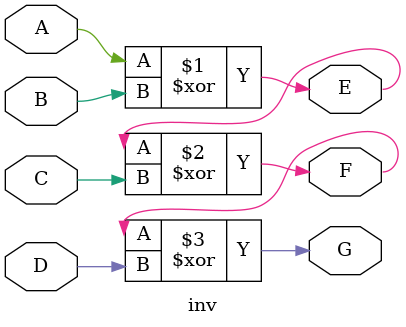
<source format=v>
`timescale 1ns / 1ps

module inv(
    input A,
    input B,
    input C,
    input D,
    
    output E,
    output F,
    output G
    );
    
    assign E = A^B;
    assign F = E^C;
    assign G = F^D;
    
endmodule


</source>
